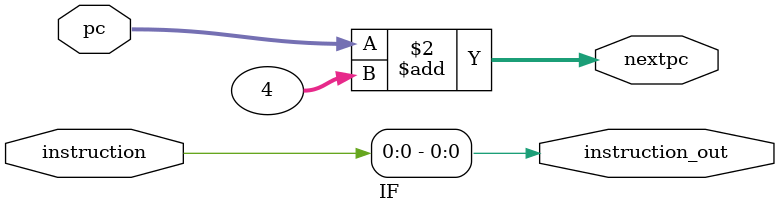
<source format=v>


`include "Instruction_Memory_1.v"

module IF(instruction_out, nextpc, instruction, pc);

input wire [31:0] instruction;
input wire [31:0] pc;

output reg instruction_out;
output reg [31:0] nextpc;

always @ (pc)

    begin
        instruction_out <= instruction;
        nextpc <= pc+4;
    end

endmodule
</source>
